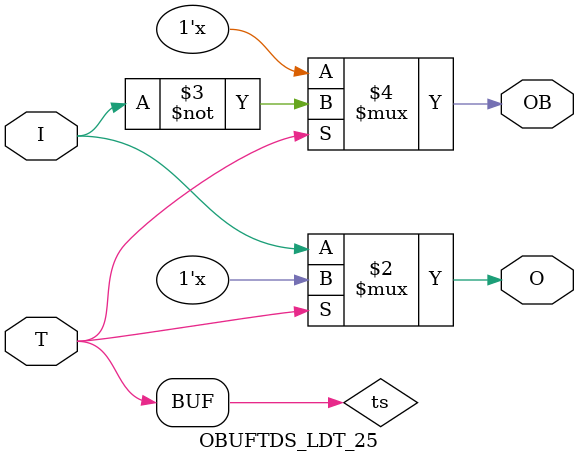
<source format=v>

/*

FUNCTION	: TRI-STATE OUTPUT BUFFER

*/

`celldefine
`timescale  100 ps / 10 ps

module OBUFTDS_LDT_25 (O, OB, I, T);

    output O, OB;

    input  I, T;

    or O1 (ts, 1'b0, T);
    bufif0 B1 (O, I, ts);
    notif0 N1 (OB, I, ts);

endmodule

</source>
